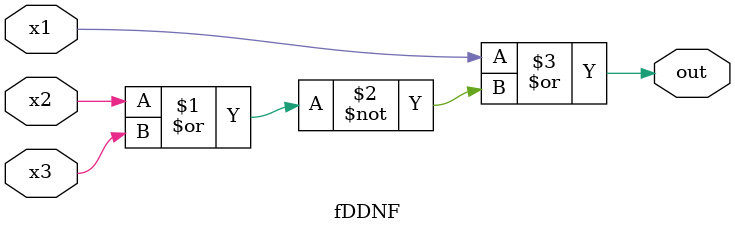
<source format=v>
module fDDNF(x3, x2, x1, out);
  input x3, x2, x1;
  output out;
  
  assign out = x1 | ~(x2 | x3);
endmodule

</source>
